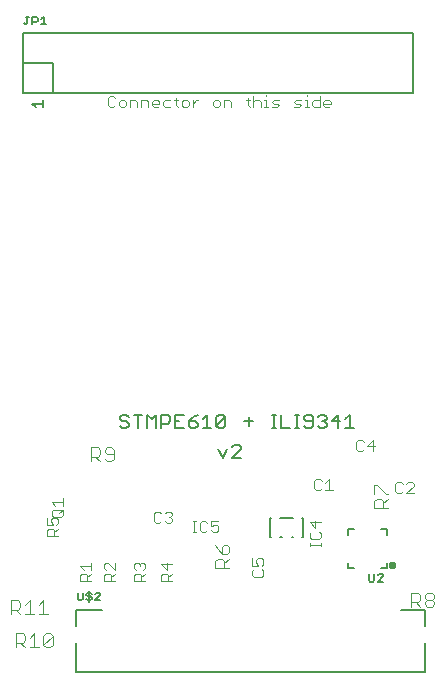
<source format=gbr>
G04 EAGLE Gerber RS-274X export*
G75*
%MOMM*%
%FSLAX34Y34*%
%LPD*%
%INSilkscreen Top*%
%IPPOS*%
%AMOC8*
5,1,8,0,0,1.08239X$1,22.5*%
G01*
%ADD10C,0.101600*%
%ADD11C,0.127000*%
%ADD12C,0.152400*%
%ADD13C,0.076200*%
%ADD14C,0.304800*%
%ADD15C,0.203200*%


D10*
X197738Y780295D02*
X196213Y781820D01*
X193163Y781820D01*
X191637Y780295D01*
X191637Y774193D01*
X193163Y772668D01*
X196213Y772668D01*
X197738Y774193D01*
X202518Y772668D02*
X205568Y772668D01*
X207094Y774193D01*
X207094Y777244D01*
X205568Y778769D01*
X202518Y778769D01*
X200992Y777244D01*
X200992Y774193D01*
X202518Y772668D01*
X210348Y772668D02*
X210348Y778769D01*
X214924Y778769D01*
X216449Y777244D01*
X216449Y772668D01*
X219703Y772668D02*
X219703Y778769D01*
X224279Y778769D01*
X225804Y777244D01*
X225804Y772668D01*
X230583Y772668D02*
X233634Y772668D01*
X230583Y772668D02*
X229058Y774193D01*
X229058Y777244D01*
X230583Y778769D01*
X233634Y778769D01*
X235159Y777244D01*
X235159Y775719D01*
X229058Y775719D01*
X239938Y778769D02*
X244514Y778769D01*
X239938Y778769D02*
X238413Y777244D01*
X238413Y774193D01*
X239938Y772668D01*
X244514Y772668D01*
X249294Y774193D02*
X249294Y780295D01*
X249294Y774193D02*
X250819Y772668D01*
X250819Y778769D02*
X247768Y778769D01*
X255530Y772668D02*
X258581Y772668D01*
X260106Y774193D01*
X260106Y777244D01*
X258581Y778769D01*
X255530Y778769D01*
X254005Y777244D01*
X254005Y774193D01*
X255530Y772668D01*
X263360Y772668D02*
X263360Y778769D01*
X263360Y775719D02*
X266411Y778769D01*
X267936Y778769D01*
X282037Y772668D02*
X285087Y772668D01*
X286613Y774193D01*
X286613Y777244D01*
X285087Y778769D01*
X282037Y778769D01*
X280512Y777244D01*
X280512Y774193D01*
X282037Y772668D01*
X289867Y772668D02*
X289867Y778769D01*
X294443Y778769D01*
X295968Y777244D01*
X295968Y772668D01*
X310102Y774193D02*
X310102Y780295D01*
X310102Y774193D02*
X311628Y772668D01*
X311628Y778769D02*
X308577Y778769D01*
X314814Y781820D02*
X314814Y772668D01*
X314814Y777244D02*
X316339Y778769D01*
X319390Y778769D01*
X320915Y777244D01*
X320915Y772668D01*
X324169Y778769D02*
X325694Y778769D01*
X325694Y772668D01*
X324169Y772668D02*
X327220Y772668D01*
X325694Y781820D02*
X325694Y783345D01*
X330406Y772668D02*
X334982Y772668D01*
X336507Y774193D01*
X334982Y775719D01*
X331931Y775719D01*
X330406Y777244D01*
X331931Y778769D01*
X336507Y778769D01*
X349116Y772668D02*
X353692Y772668D01*
X355217Y774193D01*
X353692Y775719D01*
X350641Y775719D01*
X349116Y777244D01*
X350641Y778769D01*
X355217Y778769D01*
X358471Y778769D02*
X359997Y778769D01*
X359997Y772668D01*
X361522Y772668D02*
X358471Y772668D01*
X359997Y781820D02*
X359997Y783345D01*
X370809Y781820D02*
X370809Y772668D01*
X366233Y772668D01*
X364708Y774193D01*
X364708Y777244D01*
X366233Y778769D01*
X370809Y778769D01*
X375589Y772668D02*
X378639Y772668D01*
X375589Y772668D02*
X374063Y774193D01*
X374063Y777244D01*
X375589Y778769D01*
X378639Y778769D01*
X380165Y777244D01*
X380165Y775719D01*
X374063Y775719D01*
D11*
X130593Y772795D02*
X127627Y775761D01*
X136525Y775761D01*
X136525Y772795D02*
X136525Y778727D01*
D12*
X207267Y512328D02*
X209131Y510463D01*
X207267Y512328D02*
X203538Y512328D01*
X201674Y510463D01*
X201674Y508599D01*
X203538Y506735D01*
X207267Y506735D01*
X209131Y504871D01*
X209131Y503006D01*
X207267Y501142D01*
X203538Y501142D01*
X201674Y503006D01*
X217097Y501142D02*
X217097Y512328D01*
X220825Y512328D02*
X213368Y512328D01*
X225062Y512328D02*
X225062Y501142D01*
X228791Y508599D02*
X225062Y512328D01*
X228791Y508599D02*
X232519Y512328D01*
X232519Y501142D01*
X236756Y501142D02*
X236756Y512328D01*
X242349Y512328D01*
X244213Y510463D01*
X244213Y506735D01*
X242349Y504871D01*
X236756Y504871D01*
X248450Y512328D02*
X255907Y512328D01*
X248450Y512328D02*
X248450Y501142D01*
X255907Y501142D01*
X252178Y506735D02*
X248450Y506735D01*
X263872Y510463D02*
X267601Y512328D01*
X263872Y510463D02*
X260144Y506735D01*
X260144Y503006D01*
X262008Y501142D01*
X265737Y501142D01*
X267601Y503006D01*
X267601Y504871D01*
X265737Y506735D01*
X260144Y506735D01*
X271838Y508599D02*
X275566Y512328D01*
X275566Y501142D01*
X271838Y501142D02*
X279295Y501142D01*
X283532Y503006D02*
X283532Y510463D01*
X285396Y512328D01*
X289125Y512328D01*
X290989Y510463D01*
X290989Y503006D01*
X289125Y501142D01*
X285396Y501142D01*
X283532Y503006D01*
X290989Y510463D01*
X306920Y506735D02*
X314377Y506735D01*
X310648Y510463D02*
X310648Y503006D01*
X330308Y501142D02*
X334036Y501142D01*
X332172Y501142D02*
X332172Y512328D01*
X330308Y512328D02*
X334036Y512328D01*
X338104Y512328D02*
X338104Y501142D01*
X345561Y501142D01*
X349798Y501142D02*
X353526Y501142D01*
X351662Y501142D02*
X351662Y512328D01*
X349798Y512328D02*
X353526Y512328D01*
X357594Y503006D02*
X359458Y501142D01*
X363186Y501142D01*
X365051Y503006D01*
X365051Y510463D01*
X363186Y512328D01*
X359458Y512328D01*
X357594Y510463D01*
X357594Y508599D01*
X359458Y506735D01*
X365051Y506735D01*
X369288Y510463D02*
X371152Y512328D01*
X374880Y512328D01*
X376745Y510463D01*
X376745Y508599D01*
X374880Y506735D01*
X373016Y506735D01*
X374880Y506735D02*
X376745Y504871D01*
X376745Y503006D01*
X374880Y501142D01*
X371152Y501142D01*
X369288Y503006D01*
X386574Y501142D02*
X386574Y512328D01*
X380982Y506735D01*
X388439Y506735D01*
X392676Y508599D02*
X396404Y512328D01*
X396404Y501142D01*
X392676Y501142D02*
X400133Y501142D01*
X288707Y475742D02*
X284978Y483199D01*
X292435Y483199D02*
X288707Y475742D01*
X296672Y475742D02*
X304129Y475742D01*
X296672Y475742D02*
X304129Y483199D01*
X304129Y485063D01*
X302265Y486928D01*
X298536Y486928D01*
X296672Y485063D01*
D13*
X177419Y371561D02*
X168013Y371561D01*
X168013Y376264D01*
X169581Y377831D01*
X172716Y377831D01*
X174284Y376264D01*
X174284Y371561D01*
X174284Y374696D02*
X177419Y377831D01*
X171148Y380916D02*
X168013Y384051D01*
X177419Y384051D01*
X177419Y380916D02*
X177419Y387187D01*
X188333Y371561D02*
X197739Y371561D01*
X188333Y371561D02*
X188333Y376264D01*
X189901Y377831D01*
X193036Y377831D01*
X194604Y376264D01*
X194604Y371561D01*
X194604Y374696D02*
X197739Y377831D01*
X197739Y380916D02*
X197739Y387187D01*
X197739Y380916D02*
X191468Y387187D01*
X189901Y387187D01*
X188333Y385619D01*
X188333Y382483D01*
X189901Y380916D01*
X213733Y371561D02*
X223139Y371561D01*
X213733Y371561D02*
X213733Y376264D01*
X215301Y377831D01*
X218436Y377831D01*
X220004Y376264D01*
X220004Y371561D01*
X220004Y374696D02*
X223139Y377831D01*
X215301Y380916D02*
X213733Y382483D01*
X213733Y385619D01*
X215301Y387187D01*
X216868Y387187D01*
X218436Y385619D01*
X218436Y384051D01*
X218436Y385619D02*
X220004Y387187D01*
X221571Y387187D01*
X223139Y385619D01*
X223139Y382483D01*
X221571Y380916D01*
X236593Y371561D02*
X245999Y371561D01*
X236593Y371561D02*
X236593Y376264D01*
X238161Y377831D01*
X241296Y377831D01*
X242864Y376264D01*
X242864Y371561D01*
X242864Y374696D02*
X245999Y377831D01*
X245999Y385619D02*
X236593Y385619D01*
X241296Y380916D01*
X241296Y387187D01*
X151721Y425831D02*
X145451Y425831D01*
X143883Y427399D01*
X143883Y430534D01*
X145451Y432102D01*
X151721Y432102D01*
X153289Y430534D01*
X153289Y427399D01*
X151721Y425831D01*
X150154Y428966D02*
X153289Y432102D01*
X147018Y435186D02*
X143883Y438322D01*
X153289Y438322D01*
X153289Y441457D02*
X153289Y435186D01*
X149479Y409661D02*
X140073Y409661D01*
X140073Y414364D01*
X141641Y415931D01*
X144776Y415931D01*
X146344Y414364D01*
X146344Y409661D01*
X146344Y412796D02*
X149479Y415931D01*
X140073Y419016D02*
X140073Y425287D01*
X140073Y419016D02*
X144776Y419016D01*
X143208Y422151D01*
X143208Y423719D01*
X144776Y425287D01*
X147911Y425287D01*
X149479Y423719D01*
X149479Y420583D01*
X147911Y419016D01*
D12*
X357120Y424660D02*
X357120Y408460D01*
X328680Y408460D02*
X328680Y424660D01*
X337680Y424660D02*
X348120Y424660D01*
X338620Y408460D02*
X337680Y408460D01*
X347180Y408460D02*
X348120Y408460D01*
X329620Y408460D02*
X328680Y408460D01*
X356180Y408460D02*
X357120Y408460D01*
X357120Y424660D02*
X356180Y424660D01*
X329620Y424660D02*
X328680Y424660D01*
D13*
X371729Y404019D02*
X371729Y400884D01*
X371729Y402451D02*
X362323Y402451D01*
X362323Y400884D02*
X362323Y404019D01*
X362323Y411824D02*
X363891Y413391D01*
X362323Y411824D02*
X362323Y408688D01*
X363891Y407121D01*
X370161Y407121D01*
X371729Y408688D01*
X371729Y411824D01*
X370161Y413391D01*
X371729Y421179D02*
X362323Y421179D01*
X367026Y416476D01*
X367026Y422746D01*
X439584Y455417D02*
X441152Y453849D01*
X439584Y455417D02*
X436449Y455417D01*
X434881Y453849D01*
X434881Y447579D01*
X436449Y446011D01*
X439584Y446011D01*
X441152Y447579D01*
X444236Y446011D02*
X450507Y446011D01*
X444236Y446011D02*
X450507Y452282D01*
X450507Y453849D01*
X448939Y455417D01*
X445804Y455417D01*
X444236Y453849D01*
X236701Y428729D02*
X235134Y430297D01*
X231998Y430297D01*
X230431Y428729D01*
X230431Y422459D01*
X231998Y420891D01*
X235134Y420891D01*
X236701Y422459D01*
X239786Y428729D02*
X241353Y430297D01*
X244489Y430297D01*
X246057Y428729D01*
X246057Y427162D01*
X244489Y425594D01*
X242921Y425594D01*
X244489Y425594D02*
X246057Y424026D01*
X246057Y422459D01*
X244489Y420891D01*
X241353Y420891D01*
X239786Y422459D01*
X406564Y490977D02*
X408132Y489409D01*
X406564Y490977D02*
X403429Y490977D01*
X401861Y489409D01*
X401861Y483139D01*
X403429Y481571D01*
X406564Y481571D01*
X408132Y483139D01*
X415919Y481571D02*
X415919Y490977D01*
X411216Y486274D01*
X417487Y486274D01*
X372572Y456389D02*
X371004Y457957D01*
X367869Y457957D01*
X366301Y456389D01*
X366301Y450119D01*
X367869Y448551D01*
X371004Y448551D01*
X372572Y450119D01*
X375656Y454822D02*
X378792Y457957D01*
X378792Y448551D01*
X381927Y448551D02*
X375656Y448551D01*
X315491Y381481D02*
X313923Y379914D01*
X313923Y376778D01*
X315491Y375211D01*
X321761Y375211D01*
X323329Y376778D01*
X323329Y379914D01*
X321761Y381481D01*
X313923Y384566D02*
X313923Y390837D01*
X313923Y384566D02*
X318626Y384566D01*
X317058Y387701D01*
X317058Y389269D01*
X318626Y390837D01*
X321761Y390837D01*
X323329Y389269D01*
X323329Y386133D01*
X321761Y384566D01*
X266406Y413131D02*
X263271Y413131D01*
X264839Y413131D02*
X264839Y422537D01*
X266406Y422537D02*
X263271Y422537D01*
X274211Y422537D02*
X275778Y420969D01*
X274211Y422537D02*
X271075Y422537D01*
X269508Y420969D01*
X269508Y414699D01*
X271075Y413131D01*
X274211Y413131D01*
X275778Y414699D01*
X278863Y422537D02*
X285134Y422537D01*
X278863Y422537D02*
X278863Y417834D01*
X281998Y419402D01*
X283566Y419402D01*
X285134Y417834D01*
X285134Y414699D01*
X283566Y413131D01*
X280431Y413131D01*
X278863Y414699D01*
D11*
X186420Y346680D02*
X164420Y346680D01*
X164420Y333680D01*
X439420Y346680D02*
X460420Y346680D01*
X460420Y333680D01*
X164420Y318680D02*
X164420Y294680D01*
X460420Y294680D01*
X460420Y318680D01*
D12*
X165922Y356314D02*
X165922Y361822D01*
X165922Y356314D02*
X167024Y355212D01*
X169227Y355212D01*
X170328Y356314D01*
X170328Y361822D01*
X173406Y356314D02*
X174508Y355212D01*
X176711Y355212D01*
X177813Y356314D01*
X177813Y357415D01*
X176711Y358517D01*
X174508Y358517D01*
X173406Y359618D01*
X173406Y360720D01*
X174508Y361822D01*
X176711Y361822D01*
X177813Y360720D01*
X175609Y362923D02*
X175609Y354110D01*
X180890Y355212D02*
X185297Y355212D01*
X185297Y359618D02*
X180890Y355212D01*
X185297Y359618D02*
X185297Y360720D01*
X184195Y361822D01*
X181992Y361822D01*
X180890Y360720D01*
D10*
X282438Y382778D02*
X294132Y382778D01*
X282438Y382778D02*
X282438Y388625D01*
X284387Y390574D01*
X288285Y390574D01*
X290234Y388625D01*
X290234Y382778D01*
X290234Y386676D02*
X294132Y390574D01*
X284387Y398370D02*
X282438Y402268D01*
X284387Y398370D02*
X288285Y394472D01*
X292183Y394472D01*
X294132Y396421D01*
X294132Y400319D01*
X292183Y402268D01*
X290234Y402268D01*
X288285Y400319D01*
X288285Y394472D01*
D11*
X423030Y382280D02*
X427980Y382280D01*
X427980Y387230D01*
X399930Y382280D02*
X394980Y382280D01*
X394980Y387230D01*
X427980Y410330D02*
X427980Y415280D01*
X423030Y415280D01*
X394980Y415280D02*
X394980Y410330D01*
X394980Y415280D02*
X399930Y415280D01*
D14*
X431066Y384780D02*
X431068Y384855D01*
X431074Y384929D01*
X431084Y385003D01*
X431097Y385076D01*
X431115Y385149D01*
X431136Y385220D01*
X431161Y385291D01*
X431190Y385360D01*
X431223Y385427D01*
X431259Y385492D01*
X431298Y385556D01*
X431340Y385617D01*
X431386Y385676D01*
X431435Y385733D01*
X431487Y385786D01*
X431541Y385837D01*
X431598Y385886D01*
X431658Y385930D01*
X431720Y385972D01*
X431784Y386011D01*
X431850Y386046D01*
X431917Y386077D01*
X431987Y386105D01*
X432057Y386129D01*
X432129Y386150D01*
X432202Y386166D01*
X432275Y386179D01*
X432350Y386188D01*
X432424Y386193D01*
X432499Y386194D01*
X432573Y386191D01*
X432648Y386184D01*
X432721Y386173D01*
X432795Y386159D01*
X432867Y386140D01*
X432938Y386118D01*
X433008Y386092D01*
X433077Y386062D01*
X433143Y386029D01*
X433208Y385992D01*
X433271Y385952D01*
X433332Y385908D01*
X433390Y385862D01*
X433446Y385812D01*
X433499Y385760D01*
X433550Y385705D01*
X433597Y385647D01*
X433641Y385587D01*
X433682Y385524D01*
X433720Y385460D01*
X433754Y385394D01*
X433785Y385325D01*
X433812Y385256D01*
X433835Y385185D01*
X433854Y385113D01*
X433870Y385040D01*
X433882Y384966D01*
X433890Y384892D01*
X433894Y384817D01*
X433894Y384743D01*
X433890Y384668D01*
X433882Y384594D01*
X433870Y384520D01*
X433854Y384447D01*
X433835Y384375D01*
X433812Y384304D01*
X433785Y384235D01*
X433754Y384166D01*
X433720Y384100D01*
X433682Y384036D01*
X433641Y383973D01*
X433597Y383913D01*
X433550Y383855D01*
X433499Y383800D01*
X433446Y383748D01*
X433390Y383698D01*
X433332Y383652D01*
X433271Y383608D01*
X433208Y383568D01*
X433143Y383531D01*
X433077Y383498D01*
X433008Y383468D01*
X432938Y383442D01*
X432867Y383420D01*
X432795Y383401D01*
X432721Y383387D01*
X432648Y383376D01*
X432573Y383369D01*
X432499Y383366D01*
X432424Y383367D01*
X432350Y383372D01*
X432275Y383381D01*
X432202Y383394D01*
X432129Y383410D01*
X432057Y383431D01*
X431987Y383455D01*
X431917Y383483D01*
X431850Y383514D01*
X431784Y383549D01*
X431720Y383588D01*
X431658Y383630D01*
X431598Y383674D01*
X431541Y383723D01*
X431487Y383774D01*
X431435Y383827D01*
X431386Y383884D01*
X431340Y383943D01*
X431298Y384004D01*
X431259Y384068D01*
X431223Y384133D01*
X431190Y384200D01*
X431161Y384269D01*
X431136Y384340D01*
X431115Y384411D01*
X431097Y384484D01*
X431084Y384557D01*
X431074Y384631D01*
X431068Y384705D01*
X431066Y384780D01*
D12*
X412514Y377704D02*
X412514Y372196D01*
X413615Y371094D01*
X415819Y371094D01*
X416920Y372196D01*
X416920Y377704D01*
X419998Y371094D02*
X424404Y371094D01*
X419998Y371094D02*
X424404Y375500D01*
X424404Y376602D01*
X423303Y377704D01*
X421099Y377704D01*
X419998Y376602D01*
D10*
X417058Y433578D02*
X428752Y433578D01*
X417058Y433578D02*
X417058Y439425D01*
X419007Y441374D01*
X422905Y441374D01*
X424854Y439425D01*
X424854Y433578D01*
X424854Y437476D02*
X428752Y441374D01*
X417058Y445272D02*
X417058Y453068D01*
X419007Y453068D01*
X426803Y445272D01*
X428752Y445272D01*
X177038Y472948D02*
X177038Y484642D01*
X182885Y484642D01*
X184834Y482693D01*
X184834Y478795D01*
X182885Y476846D01*
X177038Y476846D01*
X180936Y476846D02*
X184834Y472948D01*
X188732Y474897D02*
X190681Y472948D01*
X194579Y472948D01*
X196528Y474897D01*
X196528Y482693D01*
X194579Y484642D01*
X190681Y484642D01*
X188732Y482693D01*
X188732Y480744D01*
X190681Y478795D01*
X196528Y478795D01*
D15*
X119380Y784860D02*
X119380Y810260D01*
X119380Y835660D01*
X449580Y835660D01*
X449580Y784860D02*
X144780Y784860D01*
X119380Y784860D01*
X449580Y784860D02*
X449580Y835660D01*
X144780Y810260D02*
X119380Y810260D01*
X144780Y810260D02*
X144780Y784860D01*
D12*
X121244Y842772D02*
X120142Y843874D01*
X121244Y842772D02*
X122345Y842772D01*
X123447Y843874D01*
X123447Y849382D01*
X124548Y849382D02*
X122345Y849382D01*
X127626Y849382D02*
X127626Y842772D01*
X127626Y849382D02*
X130931Y849382D01*
X132033Y848280D01*
X132033Y846077D01*
X130931Y844975D01*
X127626Y844975D01*
X135110Y847178D02*
X137314Y849382D01*
X137314Y842772D01*
X139517Y842772D02*
X135110Y842772D01*
D10*
X448290Y361452D02*
X448290Y349758D01*
X448290Y361452D02*
X454137Y361452D01*
X456086Y359503D01*
X456086Y355605D01*
X454137Y353656D01*
X448290Y353656D01*
X452188Y353656D02*
X456086Y349758D01*
X459984Y359503D02*
X461933Y361452D01*
X465831Y361452D01*
X467780Y359503D01*
X467780Y357554D01*
X465831Y355605D01*
X467780Y353656D01*
X467780Y351707D01*
X465831Y349758D01*
X461933Y349758D01*
X459984Y351707D01*
X459984Y353656D01*
X461933Y355605D01*
X459984Y357554D01*
X459984Y359503D01*
X461933Y355605D02*
X465831Y355605D01*
X113538Y327162D02*
X113538Y315468D01*
X113538Y327162D02*
X119385Y327162D01*
X121334Y325213D01*
X121334Y321315D01*
X119385Y319366D01*
X113538Y319366D01*
X117436Y319366D02*
X121334Y315468D01*
X125232Y323264D02*
X129130Y327162D01*
X129130Y315468D01*
X125232Y315468D02*
X133028Y315468D01*
X136926Y317417D02*
X136926Y325213D01*
X138875Y327162D01*
X142773Y327162D01*
X144722Y325213D01*
X144722Y317417D01*
X142773Y315468D01*
X138875Y315468D01*
X136926Y317417D01*
X144722Y325213D01*
X109728Y343408D02*
X109728Y355102D01*
X115575Y355102D01*
X117524Y353153D01*
X117524Y349255D01*
X115575Y347306D01*
X109728Y347306D01*
X113626Y347306D02*
X117524Y343408D01*
X121422Y351204D02*
X125320Y355102D01*
X125320Y343408D01*
X121422Y343408D02*
X129218Y343408D01*
X133116Y351204D02*
X137014Y355102D01*
X137014Y343408D01*
X133116Y343408D02*
X140912Y343408D01*
M02*

</source>
